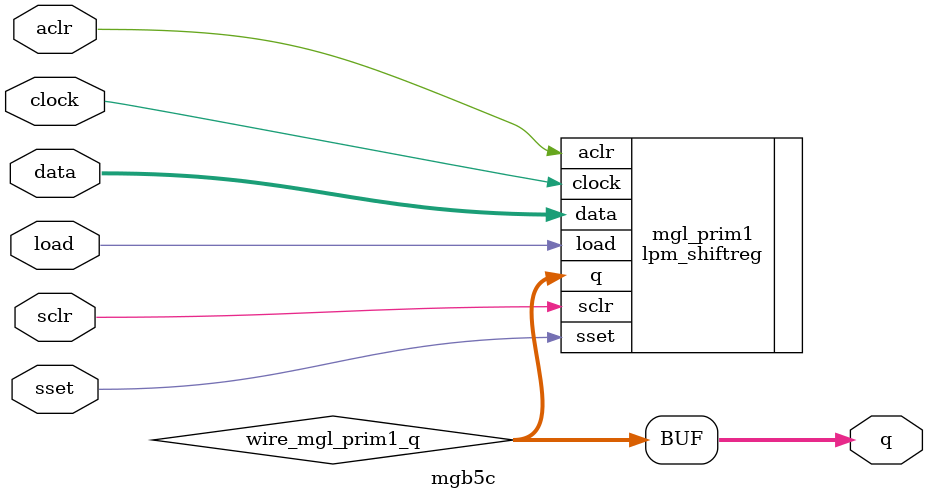
<source format=v>






//synthesis_resources = lpm_shiftreg 1 
//synopsys translate_off
`timescale 1 ps / 1 ps
//synopsys translate_on
module  mgb5c
	( 
	aclr,
	clock,
	data,
	load,
	q,
	sclr,
	sset) /* synthesis synthesis_clearbox=1 */;
	input   aclr;
	input   clock;
	input   [15:0]  data;
	input   load;
	output   [15:0]  q;
	input   sclr;
	input   sset;

	wire  [15:0]   wire_mgl_prim1_q;

	lpm_shiftreg   mgl_prim1
	( 
	.aclr(aclr),
	.clock(clock),
	.data(data),
	.load(load),
	.q(wire_mgl_prim1_q),
	.sclr(sclr),
	.sset(sset));
	defparam
		mgl_prim1.lpm_direction = "LEFT",
		mgl_prim1.lpm_type = "LPM_SHIFTREG",
		mgl_prim1.lpm_width = 16;
	assign
		q = wire_mgl_prim1_q;
endmodule //mgb5c
//VALID FILE

</source>
